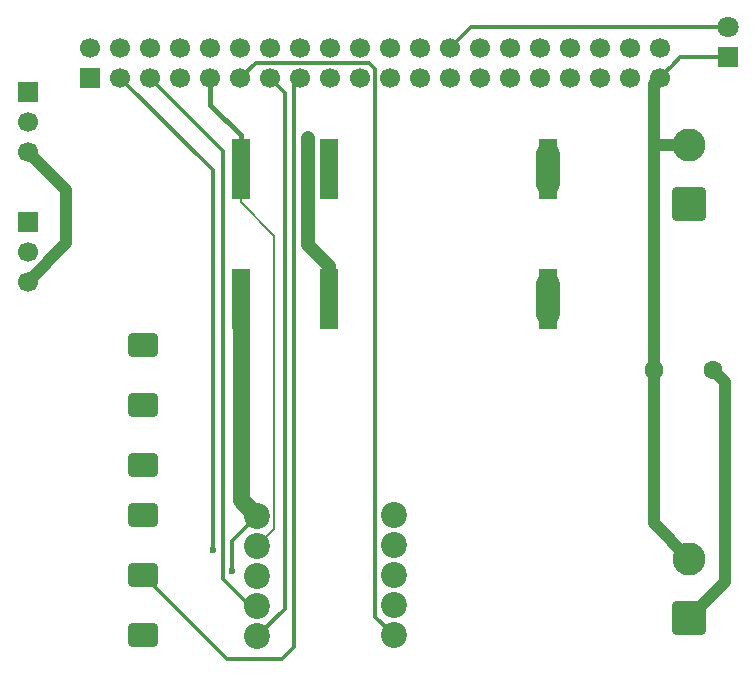
<source format=gbr>
%TF.GenerationSoftware,KiCad,Pcbnew,9.0.3*%
%TF.CreationDate,2025-08-26T20:29:16+05:30*%
%TF.ProjectId,01,30312e6b-6963-4616-945f-706362585858,rev?*%
%TF.SameCoordinates,Original*%
%TF.FileFunction,Copper,L2,Bot*%
%TF.FilePolarity,Positive*%
%FSLAX46Y46*%
G04 Gerber Fmt 4.6, Leading zero omitted, Abs format (unit mm)*
G04 Created by KiCad (PCBNEW 9.0.3) date 2025-08-26 20:29:16*
%MOMM*%
%LPD*%
G01*
G04 APERTURE LIST*
G04 Aperture macros list*
%AMRoundRect*
0 Rectangle with rounded corners*
0 $1 Rounding radius*
0 $2 $3 $4 $5 $6 $7 $8 $9 X,Y pos of 4 corners*
0 Add a 4 corners polygon primitive as box body*
4,1,4,$2,$3,$4,$5,$6,$7,$8,$9,$2,$3,0*
0 Add four circle primitives for the rounded corners*
1,1,$1+$1,$2,$3*
1,1,$1+$1,$4,$5*
1,1,$1+$1,$6,$7*
1,1,$1+$1,$8,$9*
0 Add four rect primitives between the rounded corners*
20,1,$1+$1,$2,$3,$4,$5,0*
20,1,$1+$1,$4,$5,$6,$7,0*
20,1,$1+$1,$6,$7,$8,$9,0*
20,1,$1+$1,$8,$9,$2,$3,0*%
G04 Aperture macros list end*
%TA.AperFunction,Conductor*%
%ADD10C,1.000000*%
%TD*%
%TA.AperFunction,NonConductor*%
%ADD11C,0.300000*%
%TD*%
%TA.AperFunction,ComponentPad*%
%ADD12RoundRect,0.300000X-0.950000X-0.700000X0.950000X-0.700000X0.950000X0.700000X-0.950000X0.700000X0*%
%TD*%
%TA.AperFunction,ComponentPad*%
%ADD13R,1.500000X2.550000*%
%TD*%
%TA.AperFunction,ComponentPad*%
%ADD14RoundRect,0.250001X1.149999X-1.149999X1.149999X1.149999X-1.149999X1.149999X-1.149999X-1.149999X0*%
%TD*%
%TA.AperFunction,ComponentPad*%
%ADD15C,2.800000*%
%TD*%
%TA.AperFunction,ComponentPad*%
%ADD16R,1.700000X1.700000*%
%TD*%
%TA.AperFunction,ComponentPad*%
%ADD17C,1.700000*%
%TD*%
%TA.AperFunction,ComponentPad*%
%ADD18C,1.600000*%
%TD*%
%TA.AperFunction,ComponentPad*%
%ADD19R,1.800000X1.800000*%
%TD*%
%TA.AperFunction,ComponentPad*%
%ADD20C,1.800000*%
%TD*%
%TA.AperFunction,ComponentPad*%
%ADD21C,2.200000*%
%TD*%
%TA.AperFunction,ViaPad*%
%ADD22C,0.600000*%
%TD*%
%TA.AperFunction,ViaPad*%
%ADD23C,1.000000*%
%TD*%
%TA.AperFunction,Conductor*%
%ADD24C,0.400000*%
%TD*%
%TA.AperFunction,Conductor*%
%ADD25C,0.200000*%
%TD*%
%TA.AperFunction,Conductor*%
%ADD26C,1.400000*%
%TD*%
%TA.AperFunction,Conductor*%
%ADD27C,0.300000*%
%TD*%
%TA.AperFunction,Conductor*%
%ADD28C,1.200000*%
%TD*%
%TA.AperFunction,Conductor*%
%ADD29C,2.000000*%
%TD*%
G04 APERTURE END LIST*
D10*
%TO.N,Net-(P1-Negative)*%
X127930000Y-51740000D02*
X124930000Y-51740000D01*
D11*
X126430000Y-44990000D02*
X125430000Y-45990000D01*
%TD*%
D12*
%TO.P,SW1,1,C*%
%TO.N,Net-(P1-Positive)*%
X81680000Y-68660000D03*
%TO.P,SW1,2,B*%
%TO.N,Net-(SW1-B)*%
X81680000Y-73740000D03*
%TO.P,SW1,3,A*%
%TO.N,unconnected-(SW1-A-Pad3)*%
X81680000Y-78820000D03*
%TD*%
D13*
%TO.P,VR1,1,IN-*%
%TO.N,Net-(P1-Negative)*%
X115930000Y-52438000D03*
X115930000Y-54978000D03*
%TO.P,VR1,2,IN+*%
%TO.N,Net-(SW1-B)*%
X115930000Y-63502000D03*
X115930000Y-66042000D03*
%TO.P,VR1,3,8V+*%
%TO.N,Net-(M1-+)*%
X97388000Y-63502000D03*
X97388000Y-66042000D03*
%TO.P,VR1,4,GND*%
%TO.N,unconnected-(VR1-GND-Pad4)*%
X97388000Y-52438000D03*
X97388000Y-54978000D03*
%TO.P,VR1,5,GND*%
%TO.N,Net-(D1-K)*%
X89930000Y-52438000D03*
X89930000Y-54978000D03*
%TO.P,VR1,6,5V+*%
%TO.N,Net-(J1-VCC)*%
X89930000Y-63502000D03*
X89930000Y-66042000D03*
%TD*%
D14*
%TO.P,P2,1,Positive*%
%TO.N,Net-(J1-VCC)*%
X127930000Y-91740000D03*
D15*
%TO.P,P2,2,Negative*%
%TO.N,Net-(D1-K)*%
X127930000Y-86740000D03*
%TD*%
D16*
%TO.P,RPI1,1,3V3*%
%TO.N,Net-(RPI1-3V3-Pad1)*%
X77200000Y-46040000D03*
D17*
%TO.P,RPI1,2,5V*%
%TO.N,Net-(RPI1-5V-Pad2)*%
X77200000Y-43500000D03*
%TO.P,RPI1,3,SDA_I2C1/GPIO02*%
%TO.N,Net-(J1-SDA)*%
X79740000Y-46040000D03*
%TO.P,RPI1,4,5V*%
%TO.N,Net-(RPI1-5V-Pad2)*%
X79740000Y-43500000D03*
%TO.P,RPI1,5,SCL_I2C1/GPIO03*%
%TO.N,Net-(J1-SCL)*%
X82280000Y-46040000D03*
%TO.P,RPI1,6,GND*%
%TO.N,Net-(D1-K)*%
X82280000Y-43500000D03*
%TO.P,RPI1,7,GPCLK0/GPIO04*%
%TO.N,unconnected-(RPI1-GPCLK0{slash}GPIO04-Pad7)*%
X84820000Y-46040000D03*
%TO.P,RPI1,8,GPIO14/UART_TXD*%
%TO.N,unconnected-(RPI1-GPIO14{slash}UART_TXD-Pad8)*%
X84820000Y-43500000D03*
%TO.P,RPI1,9,GND*%
%TO.N,Net-(D1-K)*%
X87360000Y-46040000D03*
%TO.P,RPI1,10,GPIO15/UART_RXD*%
%TO.N,unconnected-(RPI1-GPIO15{slash}UART_RXD-Pad10)*%
X87360000Y-43500000D03*
%TO.P,RPI1,11,GPIO17/SPI1_~{CE1}*%
%TO.N,Net-(J1-XSHUT)*%
X89900000Y-46040000D03*
%TO.P,RPI1,12,GPIO18/SPI1_~{CE0}/PCM_CLK/PWM0*%
%TO.N,unconnected-(RPI1-GPIO18{slash}SPI1_~{CE0}{slash}PCM_CLK{slash}PWM0-Pad12)*%
X89900000Y-43500000D03*
%TO.P,RPI1,13,GPIO27/SDIO_DAT3*%
%TO.N,Net-(J2-XSHUT)*%
X92440000Y-46040000D03*
%TO.P,RPI1,14,GND*%
%TO.N,Net-(D1-K)*%
X92440000Y-43500000D03*
%TO.P,RPI1,15,GPIO22/SDIO_CLK*%
%TO.N,Net-(RPI1-GPIO22{slash}SDIO_CLK)*%
X94980000Y-46040000D03*
%TO.P,RPI1,16,GPIO23/SDIO_CMD*%
%TO.N,unconnected-(RPI1-GPIO23{slash}SDIO_CMD-Pad16)*%
X94980000Y-43500000D03*
%TO.P,RPI1,17,3V3*%
%TO.N,Net-(RPI1-3V3-Pad1)*%
X97520000Y-46040000D03*
%TO.P,RPI1,18,GPIO24/SDIO_DAT0*%
%TO.N,unconnected-(RPI1-GPIO24{slash}SDIO_DAT0-Pad18)*%
X97520000Y-43500000D03*
%TO.P,RPI1,19,MOSI_SPI0/GPIO10*%
%TO.N,unconnected-(RPI1-MOSI_SPI0{slash}GPIO10-Pad19)*%
X100060000Y-46040000D03*
%TO.P,RPI1,20,GND*%
%TO.N,Net-(D1-K)*%
X100060000Y-43500000D03*
%TO.P,RPI1,21,MISO_SPI0/GPIO09*%
%TO.N,unconnected-(RPI1-MISO_SPI0{slash}GPIO09-Pad21)*%
X102600000Y-46040000D03*
%TO.P,RPI1,22,GPIO25/SDIO_DAT1*%
%TO.N,unconnected-(RPI1-GPIO25{slash}SDIO_DAT1-Pad22)*%
X102600000Y-43500000D03*
%TO.P,RPI1,23,SCLK_SPI0/GPIO11*%
%TO.N,unconnected-(RPI1-SCLK_SPI0{slash}GPIO11-Pad23)*%
X105140000Y-46040000D03*
%TO.P,RPI1,24,~{CE0}_SPI0/GPIO08*%
%TO.N,unconnected-(RPI1-~{CE0}_SPI0{slash}GPIO08-Pad24)*%
X105140000Y-43500000D03*
%TO.P,RPI1,25,GND*%
%TO.N,Net-(D1-K)*%
X107680000Y-46040000D03*
%TO.P,RPI1,26,~{CE1}_SPI0/GPIO07*%
%TO.N,Net-(D1-A)*%
X107680000Y-43500000D03*
%TO.P,RPI1,27,ID_SD_I2C0/GPIO00*%
%TO.N,unconnected-(RPI1-ID_SD_I2C0{slash}GPIO00-Pad27)*%
X110220000Y-46040000D03*
%TO.P,RPI1,28,ID_SC_I2C0/GPIO01*%
%TO.N,unconnected-(RPI1-ID_SC_I2C0{slash}GPIO01-Pad28)*%
X110220000Y-43500000D03*
%TO.P,RPI1,29,GPCLK1/GPIO05*%
%TO.N,unconnected-(RPI1-GPCLK1{slash}GPIO05-Pad29)*%
X112760000Y-46040000D03*
%TO.P,RPI1,30,GND*%
%TO.N,Net-(D1-K)*%
X112760000Y-43500000D03*
%TO.P,RPI1,31,GPCLK2/GPIO06*%
%TO.N,unconnected-(RPI1-GPCLK2{slash}GPIO06-Pad31)*%
X115300000Y-46040000D03*
%TO.P,RPI1,32,GPIO12/PWM0*%
%TO.N,Net-(M1-PWM)*%
X115300000Y-43500000D03*
%TO.P,RPI1,33,GPIO13/PWM1*%
%TO.N,Net-(M2-PWM)*%
X117840000Y-46040000D03*
%TO.P,RPI1,34,GND*%
%TO.N,Net-(D1-K)*%
X117840000Y-43500000D03*
%TO.P,RPI1,35,GPIO19/SPI1_MISO/PCM_FS*%
%TO.N,unconnected-(RPI1-GPIO19{slash}SPI1_MISO{slash}PCM_FS-Pad35)*%
X120380000Y-46040000D03*
%TO.P,RPI1,36,GPIO16/SPI1_~{CE2}*%
%TO.N,unconnected-(RPI1-GPIO16{slash}SPI1_~{CE2}-Pad36)*%
X120380000Y-43500000D03*
%TO.P,RPI1,37,GPIO26/SDIO_DAT2*%
%TO.N,unconnected-(RPI1-GPIO26{slash}SDIO_DAT2-Pad37)*%
X122920000Y-46040000D03*
%TO.P,RPI1,38,GPIO20/SPI1_MOSI/PCM_DIN/PWM1*%
%TO.N,unconnected-(RPI1-GPIO20{slash}SPI1_MOSI{slash}PCM_DIN{slash}PWM1-Pad38)*%
X122920000Y-43500000D03*
%TO.P,RPI1,39,GND*%
%TO.N,Net-(D1-K)*%
X125460000Y-46040000D03*
%TO.P,RPI1,40,GPIO21/SPI1_SCLK/PCM_DOUT*%
%TO.N,unconnected-(RPI1-GPIO21{slash}SPI1_SCLK{slash}PCM_DOUT-Pad40)*%
X125460000Y-43500000D03*
%TD*%
D18*
%TO.P,C1,1*%
%TO.N,Net-(D1-K)*%
X124930000Y-70740000D03*
%TO.P,C1,2*%
%TO.N,Net-(J1-VCC)*%
X129930000Y-70740000D03*
%TD*%
D14*
%TO.P,P1,1,Positive*%
%TO.N,Net-(P1-Positive)*%
X127897500Y-56740000D03*
D15*
%TO.P,P1,2,Negative*%
%TO.N,Net-(P1-Negative)*%
X127897500Y-51740000D03*
%TD*%
D12*
%TO.P,SW2,1,C*%
%TO.N,Net-(D1-K)*%
X81680000Y-83080000D03*
%TO.P,SW2,2,B*%
%TO.N,Net-(RPI1-GPIO22{slash}SDIO_CLK)*%
X81680000Y-88160000D03*
%TO.P,SW2,3,A*%
%TO.N,Net-(J1-VCC)*%
X81680000Y-93240000D03*
%TD*%
D19*
%TO.P,Stat,1,K*%
%TO.N,Net-(D1-K)*%
X131180000Y-44260000D03*
D20*
%TO.P,Stat,2,A*%
%TO.N,Net-(D1-A)*%
X131180000Y-41720000D03*
%TD*%
D21*
%TO.P,J2,1,VCC*%
%TO.N,Net-(J1-VCC)*%
X91342500Y-83160000D03*
%TO.P,J2,2,GND*%
%TO.N,Net-(D1-K)*%
X91342500Y-85700000D03*
%TO.P,J2,3,SDA*%
%TO.N,Net-(J1-SDA)*%
X91342500Y-88240000D03*
%TO.P,J2,4,SCL*%
%TO.N,Net-(J1-SCL)*%
X91342500Y-90780000D03*
%TO.P,J2,5,XSHUT*%
%TO.N,Net-(J2-XSHUT)*%
X91342500Y-93320000D03*
%TD*%
D16*
%TO.P,M1,1,PWM*%
%TO.N,Net-(M1-PWM)*%
X71930000Y-47200000D03*
D17*
%TO.P,M1,2,+*%
%TO.N,Net-(M1-+)*%
X71930000Y-49740000D03*
%TO.P,M1,3,-*%
%TO.N,Net-(D1-K)*%
X71930000Y-52280000D03*
%TD*%
D21*
%TO.P,J1,1,VCC*%
%TO.N,Net-(J1-VCC)*%
X102930000Y-83080000D03*
%TO.P,J1,2,GND*%
%TO.N,Net-(D1-K)*%
X102930000Y-85620000D03*
%TO.P,J1,3,SDA*%
%TO.N,Net-(J1-SDA)*%
X102930000Y-88160000D03*
%TO.P,J1,4,SCL*%
%TO.N,Net-(J1-SCL)*%
X102930000Y-90700000D03*
%TO.P,J1,5,XSHUT*%
%TO.N,Net-(J1-XSHUT)*%
X102930000Y-93240000D03*
%TD*%
D16*
%TO.P,M2,1,PWM*%
%TO.N,Net-(M2-PWM)*%
X71930000Y-58200000D03*
D17*
%TO.P,M2,2,+*%
%TO.N,unconnected-(M2-+-Pad2)*%
X71930000Y-60740000D03*
%TO.P,M2,3,-*%
%TO.N,Net-(D1-K)*%
X71930000Y-63280000D03*
%TD*%
D22*
%TO.N,Net-(J1-VCC)*%
X89225000Y-87818200D03*
%TO.N,Net-(J1-SDA)*%
X87567800Y-85987300D03*
D23*
%TO.N,Net-(M1-+)*%
X95612400Y-51108900D03*
%TD*%
D24*
%TO.N,*%
X87360000Y-48291300D02*
X89930000Y-50861300D01*
D10*
X75180000Y-55530000D02*
X75180000Y-60030000D01*
D25*
X97388000Y-54978000D02*
X97388000Y-52438000D01*
X89930000Y-54978000D02*
X89930000Y-56554700D01*
X89930000Y-56554700D02*
X92777800Y-59402500D01*
D10*
X75180000Y-60030000D02*
X71930000Y-63280000D01*
D25*
X92777800Y-84264700D02*
X91342500Y-85700000D01*
D10*
X71930000Y-52280000D02*
X75180000Y-55530000D01*
D24*
X87360000Y-46040000D02*
X87360000Y-48291300D01*
X89930000Y-52438000D02*
X89930000Y-50861300D01*
D25*
X89930000Y-52438000D02*
X89930000Y-54978000D01*
X92777800Y-59402500D02*
X92777800Y-84264700D01*
%TO.N,Net-(J1-VCC)*%
X89225000Y-87818200D02*
X89225000Y-87819800D01*
D26*
X89930000Y-81747500D02*
X91342500Y-83160000D01*
D10*
X127930000Y-91740000D02*
X130930000Y-88740000D01*
D25*
X89225000Y-87819800D02*
X89225000Y-87818200D01*
D26*
X89930000Y-67618700D02*
X89930000Y-81747500D01*
D10*
X130930000Y-88740000D02*
X130930000Y-71740000D01*
X130930000Y-71740000D02*
X129930000Y-70740000D01*
D26*
X89930000Y-66042000D02*
X89930000Y-63502000D01*
D27*
X89225000Y-87818200D02*
X89225000Y-85277500D01*
D26*
X89930000Y-66042000D02*
X89930000Y-67618700D01*
D27*
X89225000Y-85277500D02*
X91342500Y-83160000D01*
%TO.N,Net-(D1-K)*%
X127160000Y-44260000D02*
X126430000Y-44990000D01*
X131180000Y-44260000D02*
X127160000Y-44260000D01*
%TO.N,Net-(J1-SCL)*%
X88430000Y-52190000D02*
X88430000Y-88490000D01*
X82280000Y-46040000D02*
X88430000Y-52190000D01*
X88430000Y-88490000D02*
X90720000Y-90780000D01*
X90720000Y-90780000D02*
X91334400Y-90780000D01*
D25*
X91334400Y-90780000D02*
X91342500Y-90780000D01*
D27*
%TO.N,Net-(J1-SDA)*%
X87567800Y-85987300D02*
X87567800Y-53867800D01*
X87567800Y-53867800D02*
X79740000Y-46040000D01*
%TO.N,Net-(J1-XSHUT)*%
X89900000Y-46040000D02*
X91200000Y-44740000D01*
X100830000Y-44740000D02*
X101330000Y-45240000D01*
X101330000Y-91640000D02*
X101330000Y-46840000D01*
X91200000Y-44740000D02*
X100830000Y-44740000D01*
X102930000Y-93240000D02*
X101330000Y-91640000D01*
X101330000Y-45240000D02*
X101330000Y-46840000D01*
%TO.N,Net-(J2-XSHUT)*%
X93680000Y-47280000D02*
X93680000Y-90982500D01*
X92440000Y-46040000D02*
X93680000Y-47280000D01*
X93680000Y-90982500D02*
X91342500Y-93320000D01*
%TO.N,Net-(RPI1-GPIO22{slash}SDIO_CLK)*%
X94430000Y-46590000D02*
X94980000Y-46040000D01*
X94430000Y-94240000D02*
X94430000Y-46590000D01*
X81680000Y-88160000D02*
X88760000Y-95240000D01*
X93430000Y-95240000D02*
X94430000Y-94240000D01*
X88760000Y-95240000D02*
X93430000Y-95240000D01*
D26*
%TO.N,Net-(M1-+)*%
X97388000Y-66042000D02*
X97388000Y-63502000D01*
D28*
X97388000Y-63502000D02*
X97388000Y-61925300D01*
X95612400Y-60149700D02*
X97388000Y-61925300D01*
D25*
X95585900Y-51082400D02*
X95612400Y-51108900D01*
X95612400Y-51108900D02*
X95585900Y-51082400D01*
D28*
X95612400Y-51108900D02*
X95612400Y-60149700D01*
D27*
%TO.N,Net-(D1-A)*%
X107680000Y-43500000D02*
X109460000Y-41720000D01*
X109460000Y-41720000D02*
X131180000Y-41720000D01*
D10*
%TO.N,Net-(P1-Negative)*%
X124930000Y-46570000D02*
X125460000Y-46040000D01*
X127930000Y-86740000D02*
X124930000Y-83740000D01*
X124930000Y-54240000D02*
X124930000Y-46570000D01*
X124930000Y-70740000D02*
X124930000Y-54240000D01*
D29*
X115930000Y-54978000D02*
X115930000Y-52438000D01*
D10*
X124930000Y-83740000D02*
X124930000Y-70740000D01*
D29*
%TO.N,Net-(SW1-B)*%
X115930000Y-66042000D02*
X115930000Y-63502000D01*
%TD*%
M02*

</source>
